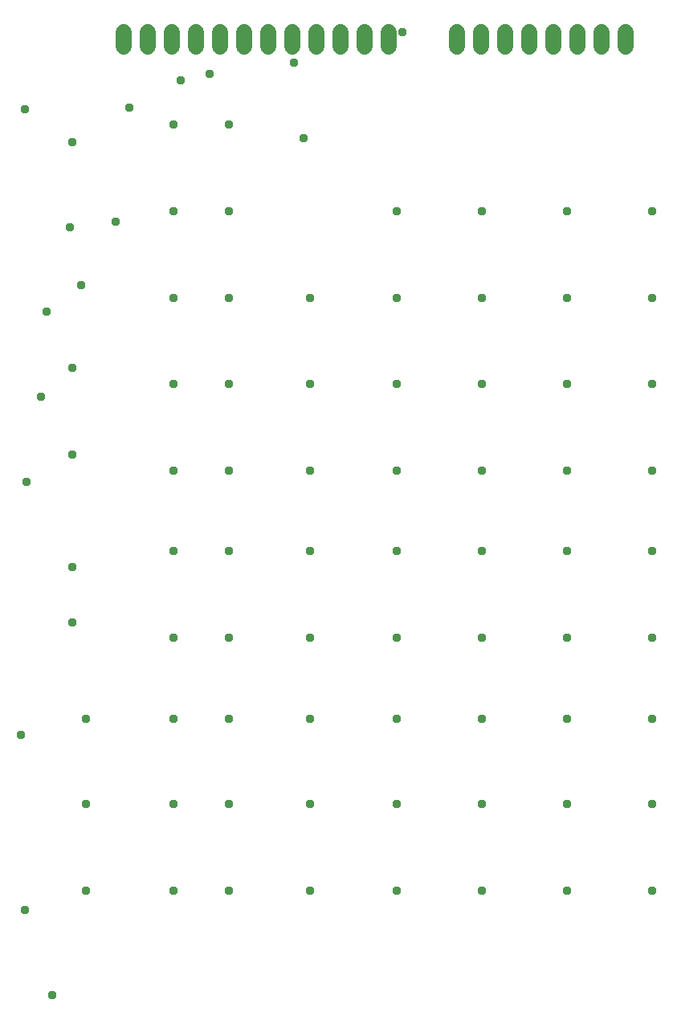
<source format=gbr>
G04 EAGLE Gerber RS-274X export*
G75*
%MOMM*%
%FSLAX34Y34*%
%LPD*%
%INSoldermask Bottom*%
%IPPOS*%
%AMOC8*
5,1,8,0,0,1.08239X$1,22.5*%
G01*
%ADD10C,1.727200*%
%ADD11C,0.959600*%


D10*
X658900Y1127620D02*
X658900Y1112380D01*
X633500Y1112380D02*
X633500Y1127620D01*
X608100Y1127620D02*
X608100Y1112380D01*
X582700Y1112380D02*
X582700Y1127620D01*
X557300Y1127620D02*
X557300Y1112380D01*
X531900Y1112380D02*
X531900Y1127620D01*
X506500Y1127620D02*
X506500Y1112380D01*
X481100Y1112380D02*
X481100Y1127620D01*
X130300Y1127620D02*
X130300Y1112380D01*
X155700Y1112380D02*
X155700Y1127620D01*
X181100Y1127620D02*
X181100Y1112380D01*
X206500Y1112380D02*
X206500Y1127620D01*
X231900Y1127620D02*
X231900Y1112380D01*
X257300Y1112380D02*
X257300Y1127620D01*
X282700Y1127620D02*
X282700Y1112380D01*
X308100Y1112380D02*
X308100Y1127620D01*
X333500Y1127620D02*
X333500Y1112380D01*
X358900Y1112380D02*
X358900Y1127620D01*
X384300Y1127620D02*
X384300Y1112380D01*
X409700Y1112380D02*
X409700Y1127620D01*
D11*
X182880Y1030224D03*
X240792Y1030224D03*
X76200Y1011936D03*
X182880Y938784D03*
X240792Y938784D03*
X417576Y938784D03*
X507492Y938784D03*
X597408Y938784D03*
X687324Y938784D03*
X73152Y922020D03*
X182880Y757428D03*
X240792Y757428D03*
X326136Y757428D03*
X417576Y757428D03*
X507492Y757428D03*
X597408Y757428D03*
X687324Y757428D03*
X76200Y774192D03*
X182880Y580644D03*
X240792Y580644D03*
X326136Y580644D03*
X417576Y580644D03*
X507492Y580644D03*
X597408Y580644D03*
X687324Y580644D03*
X76200Y563880D03*
X182880Y847344D03*
X240792Y847344D03*
X326136Y847344D03*
X417576Y847344D03*
X507492Y847344D03*
X597408Y847344D03*
X687324Y847344D03*
X85344Y861060D03*
X182880Y665988D03*
X240792Y665988D03*
X326136Y665988D03*
X417576Y665988D03*
X507492Y665988D03*
X597408Y665988D03*
X687324Y665988D03*
X76200Y682752D03*
X182880Y489204D03*
X240792Y489204D03*
X326136Y489204D03*
X417576Y489204D03*
X507492Y489204D03*
X597408Y489204D03*
X687324Y489204D03*
X76200Y505968D03*
X182880Y403860D03*
X240792Y403860D03*
X326136Y403860D03*
X417576Y403860D03*
X507492Y403860D03*
X597408Y403860D03*
X687324Y403860D03*
X89916Y403860D03*
X182880Y313944D03*
X240792Y313944D03*
X326136Y313944D03*
X417576Y313944D03*
X507492Y313944D03*
X597408Y313944D03*
X687324Y313944D03*
X89916Y313944D03*
X182880Y222504D03*
X240792Y222504D03*
X326136Y222504D03*
X417576Y222504D03*
X507492Y222504D03*
X597408Y222504D03*
X687324Y222504D03*
X89916Y222504D03*
X135636Y1048512D03*
X48768Y833628D03*
X190500Y1077468D03*
X42672Y743712D03*
X220980Y1083564D03*
X27432Y653796D03*
X423672Y1127760D03*
X121920Y928116D03*
X309372Y1095756D03*
X21336Y387096D03*
X25908Y1046988D03*
X25908Y202692D03*
X54864Y112776D03*
X320040Y1016508D03*
M02*

</source>
